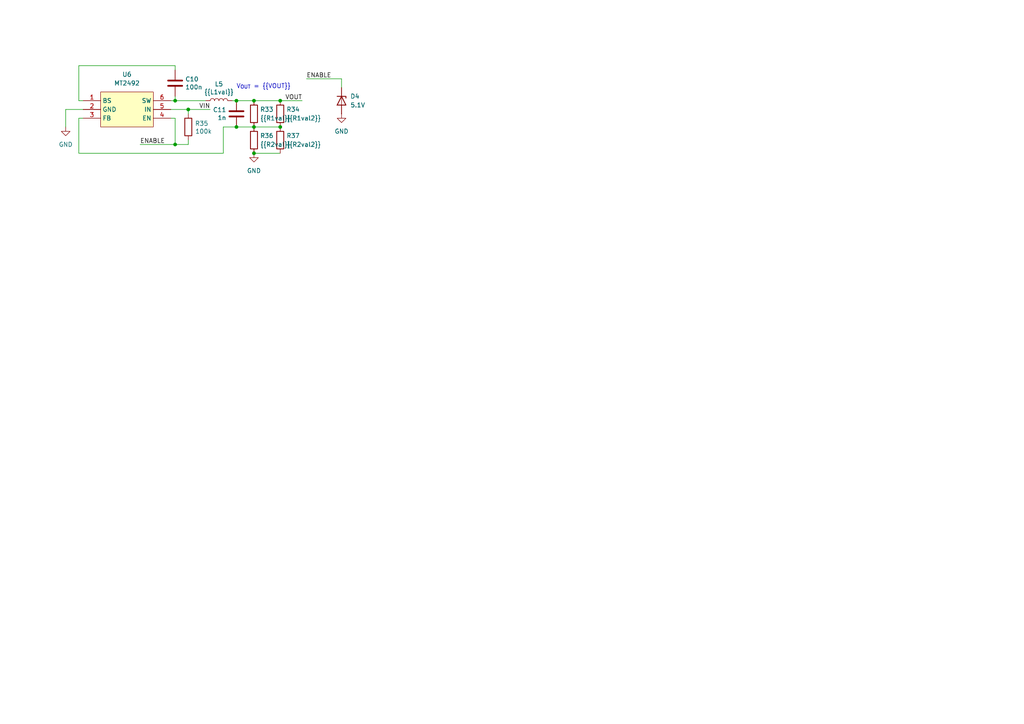
<source format=kicad_sch>
(kicad_sch (version 20250114) (generator "eeschema") (generator_version "9.0")
  (paper "A4")
  (lib_symbols
    (symbol "Device:C" (pin_numbers (hide yes)) (pin_names (offset 0.254))
      (property "Reference" "C" (at 0.635 2.54 0))
      (property "Value" "C" (at 0.635 -2.54 0))
      (symbol "C_0_1"
        (polyline (pts (xy -2.032 0.762) (xy 2.032 0.762)) (stroke (width 0.508)))
        (polyline (pts (xy -2.032 -0.762) (xy 2.032 -0.762)) (stroke (width 0.508)))
      )
      (symbol "C_1_1"
        (pin passive line (at 0 3.81 270) (length 2.794) (name "~") (number "1"))
        (pin passive line (at 0 -3.81 90) (length 2.794) (name "~") (number "2"))
      )
    )
    (symbol "Device:D_Zener" (pin_numbers (hide yes)) (pin_names (offset 1.016) (hide yes))
      (property "Reference" "D" (at 0 2.54 0))
      (property "Value" "D_Zener" (at 0 -2.54 0))
      (symbol "D_Zener_0_1"
        (polyline (pts (xy -1.27 -1.27) (xy -1.27 1.27) (xy -0.762 1.27)) (stroke (width 0.254)))
        (polyline (pts (xy 1.27 0) (xy -1.27 0)))
        (polyline (pts (xy 1.27 -1.27) (xy 1.27 1.27) (xy -1.27 0) (xy 1.27 -1.27)) (stroke (width 0.254)))
      )
      (symbol "D_Zener_1_1"
        (pin passive line (at -3.81 0 0) (length 2.54) (name "K") (number "1"))
        (pin passive line (at 3.81 0 180) (length 2.54) (name "A") (number "2"))
      )
    )
    (symbol "Device:L" (pin_numbers (hide yes)) (pin_names (offset 1.016) (hide yes))
      (property "Reference" "L" (at -1.27 0 90))
      (property "Value" "L" (at 1.905 0 90))
      (symbol "L_0_1"
        (arc (start 0 2.54) (mid 0.6323 1.905) (end 0 1.27))
        (arc (start 0 1.27) (mid 0.6323 0.635) (end 0 0))
        (arc (start 0 0) (mid 0.6323 -0.635) (end 0 -1.27))
        (arc (start 0 -1.27) (mid 0.6323 -1.905) (end 0 -2.54))
      )
      (symbol "L_1_1"
        (pin passive line (at 0 3.81 270) (length 1.27) (name "1") (number "1"))
        (pin passive line (at 0 -3.81 90) (length 1.27) (name "2") (number "2"))
      )
    )
    (symbol "Device:R" (pin_numbers (hide yes)) (pin_names (offset 0))
      (property "Reference" "R" (at 2.032 0 90))
      (property "Value" "R" (at 0 0 90))
      (symbol "R_0_1"
        (rectangle (start -1.016 -2.54) (end 1.016 2.54) (stroke (width 0.254)))
      )
      (symbol "R_1_1"
        (pin passive line (at 0 3.81 270) (length 1.27) (name "~") (number "1"))
        (pin passive line (at 0 -3.81 90) (length 1.27) (name "~") (number "2"))
      )
    )
    (symbol "easyeda2kicad:MT2492"
      (property "Reference" "U" (at 0 7.62 0))
      (property "Value" "MT2492" (at 0 -7.62 0))
      (symbol "MT2492_0_1"
        (rectangle (start -7.62 5.08) (end 7.62 -5.08) (fill (type background)))
        (pin unspecified line (at -12.7 2.54 0) (length 5.08) (name "BS") (number "1"))
        (pin unspecified line (at -12.7 0 0) (length 5.08) (name "GND") (number "2"))
        (pin unspecified line (at -12.7 -2.54 0) (length 5.08) (name "FB") (number "3"))
        (pin unspecified line (at 12.7 2.54 180) (length 5.08) (name "SW") (number "6"))
        (pin unspecified line (at 12.7 0 180) (length 5.08) (name "IN") (number "5"))
        (pin unspecified line (at 12.7 -2.54 180) (length 5.08) (name "EN") (number "4"))
      )
    )
    (symbol "power:GND" (power) (pin_numbers (hide yes)) (pin_names (offset 0) (hide yes))
      (property "Value" "GND" (at 0 -3.81 0))
      (symbol "GND_0_1"
        (polyline (pts (xy 0 0) (xy 0 -1.27) (xy 1.27 -1.27) (xy 0 -2.54) (xy -1.27 -1.27) (xy 0 -1.27)))
      )
      (symbol "GND_1_1"
        (pin power_in line (at 0 0 270) (length 0) (name "~") (number "1"))
      )
    )
  )
  (text "V_{OUT} = {{VOUT}}" (at 76.454 25.146 0) (effects (font (size 1.27 1.27))))
  (junction (at 73.66 29.21))
  (junction (at 50.8 29.21))
  (junction (at 81.28 29.21))
  (junction (at 81.28 36.83))
  (junction (at 50.8 41.91))
  (junction (at 54.61 31.75))
  (junction (at 68.58 29.21))
  (junction (at 73.66 44.45))
  (junction (at 73.66 36.83))
  (junction (at 68.58 36.83))
  (wire (pts (xy 68.58 36.83) (xy 73.66 36.83)))
  (wire (pts (xy 54.61 41.91) (xy 50.8 41.91)))
  (wire (pts (xy 73.66 44.45) (xy 81.28 44.45)))
  (wire (pts (xy 54.61 31.75) (xy 60.96 31.75)))
  (wire (pts (xy 64.77 36.83) (xy 68.58 36.83)))
  (wire (pts (xy 19.05 31.75) (xy 19.05 36.83)))
  (wire (pts (xy 67.31 29.21) (xy 68.58 29.21)))
  (wire (pts (xy 81.28 29.21) (xy 87.63 29.21)))
  (wire (pts (xy 22.86 29.21) (xy 24.13 29.21)))
  (wire (pts (xy 54.61 31.75) (xy 54.61 33.02)))
  (wire (pts (xy 19.05 31.75) (xy 24.13 31.75)))
  (wire (pts (xy 22.86 44.45) (xy 22.86 34.29)))
  (wire (pts (xy 68.58 29.21) (xy 73.66 29.21)))
  (wire (pts (xy 73.66 29.21) (xy 81.28 29.21)))
  (wire (pts (xy 50.8 19.05) (xy 50.8 20.32)))
  (wire (pts (xy 50.8 27.94) (xy 50.8 29.21)))
  (wire (pts (xy 50.8 29.21) (xy 59.69 29.21)))
  (wire (pts (xy 22.86 34.29) (xy 24.13 34.29)))
  (wire (pts (xy 49.53 29.21) (xy 50.8 29.21)))
  (wire (pts (xy 49.53 34.29) (xy 50.8 34.29)))
  (wire (pts (xy 99.06 22.86) (xy 99.06 25.4)))
  (wire (pts (xy 49.53 31.75) (xy 54.61 31.75)))
  (wire (pts (xy 64.77 44.45) (xy 22.86 44.45)))
  (wire (pts (xy 73.66 36.83) (xy 81.28 36.83)))
  (wire (pts (xy 50.8 41.91) (xy 40.64 41.91)))
  (wire (pts (xy 22.86 19.05) (xy 22.86 29.21)))
  (wire (pts (xy 50.8 34.29) (xy 50.8 41.91)))
  (wire (pts (xy 99.06 22.86) (xy 88.9 22.86)))
  (wire (pts (xy 22.86 19.05) (xy 50.8 19.05)))
  (wire (pts (xy 54.61 41.91) (xy 54.61 40.64)))
  (wire (pts (xy 64.77 36.83) (xy 64.77 44.45)))
  (label "ENABLE" (at 88.9 22.86 0))
  (label "ENABLE" (at 40.64 41.91 0))
  (label "VOUT" (at 87.63 29.21 180))
  (label "VIN" (at 60.96 31.75 180))
  (symbol (lib_id "power:GND") (at 19.05 36.83 0) (unit 1)
    (property "Reference" "#PWR027" (effects (hide yes)))
    (property "Value" "GND" (at 19.05 41.91 0))
    (property "Description" "Power symbol creates a global label with name \"GND\" , ground" (effects (hide yes)))
  )
  (symbol (lib_id "power:GND") (at 99.06 33.02 0) (mirror y) (unit 1)
    (property "Reference" "#PWR061" (effects (hide yes)))
    (property "Value" "GND" (at 99.06 38.1 0))
    (property "Description" "Power symbol creates a global label with name \"GND\" , ground" (effects (hide yes)))
    (property "OnlyIf" "EnableClamp" (effects (hide yes)))
  )
  (symbol (lib_id "Device:C") (at 50.8 24.13 0) (unit 1)
    (property "Reference" "C10" (at 53.721 22.9616 0) (effects (justify left)))
    (property "Value" "100n" (at 53.721 25.273 0) (effects (justify left)))
    (property "Footprint" "Capacitor_SMD:C_0402_1005Metric" (effects (hide yes)))
    (property "LCSC" "C77020" (effects (hide yes)))
  )
  (symbol (lib_id "Device:R") (at 54.61 36.83 0) (unit 1)
    (property "Reference" "R35" (at 60.452 35.814 0) (effects (justify right)))
    (property "Value" "100k" (at 61.468 38.1 0) (effects (justify right)))
    (property "Footprint" "Resistor_SMD:R_0402_1005Metric" (effects (hide yes)))
    (property "Description" "Resistor" (effects (hide yes)))
    (property "LCSC" "C25741" (effects (hide yes)))
  )
  (symbol (lib_id "Device:R") (at 73.66 40.64 0) (unit 1)
    (property "Reference" "R36" (at 75.438 39.37 0) (effects (justify left)))
    (property "Value" "{{R2val}}" (at 75.438 41.91 0) (effects (justify left)))
    (property "Footprint" "Resistor_SMD:R_0402_1005Metric" (effects (hide yes)))
    (property "Description" "Resistor" (effects (hide yes)))
    (property "LCSC" "{{R2lcsc}}" (effects (hide yes)))
  )
  (symbol (lib_id "Device:R") (at 81.28 40.64 0) (unit 1)
    (property "Reference" "R37" (at 83.058 39.37 0) (effects (justify left)))
    (property "Value" "{{R2val2}}" (at 83.058 41.91 0) (effects (justify left)))
    (property "Footprint" "Resistor_SMD:R_0402_1005Metric" (effects (hide yes)))
    (property "Description" "Resistor" (effects (hide yes)))
    (property "LCSC" "{{R2lcsc2}}" (effects (hide yes)))
    (property "OnlyIf" "R2Second" (effects (hide yes)))
  )
  (symbol (lib_id "power:GND") (at 73.66 44.45 0) (unit 1)
    (property "Reference" "#PWR028" (effects (hide yes)))
    (property "Value" "GND" (at 73.66 49.53 0))
    (property "Description" "Power symbol creates a global label with name \"GND\" , ground" (effects (hide yes)))
  )
  (symbol (lib_id "Device:C") (at 68.58 33.02 0) (mirror y) (unit 1)
    (property "Reference" "C11" (at 65.659 31.8516 0) (effects (justify left)))
    (property "Value" "1n" (at 65.659 34.163 0) (effects (justify left)))
    (property "Footprint" "Capacitor_SMD:C_0402_1005Metric" (effects (hide yes)))
    (property "LCSC" "C696907" (effects (hide yes)))
    (property "OnlyIf" "TransientResponseCap" (effects (hide yes)))
  )
  (symbol (lib_id "Device:R") (at 81.28 33.02 0) (unit 1)
    (property "Reference" "R34" (at 83.058 31.75 0) (effects (justify left)))
    (property "Value" "{{R1val2}}" (at 83.058 34.29 0) (effects (justify left)))
    (property "Footprint" "Resistor_SMD:R_0402_1005Metric" (effects (hide yes)))
    (property "Description" "Resistor" (effects (hide yes)))
    (property "LCSC" "{{R1lcsc2}}" (effects (hide yes)))
    (property "OnlyIf" "R1Second" (effects (hide yes)))
  )
  (symbol (lib_id "Device:L") (at 63.5 29.21 90) (unit 1)
    (property "Reference" "L5" (at 63.5 24.384 90))
    (property "Value" "{{L1val}}" (at 63.5 26.6954 90))
    (property "Footprint" "{{L1footprint}}" (effects (hide yes)))
    (property "Datasheet" "{{L1datasheet}}" (effects (hide yes)))
    (property "LCSC" "{{L1lcsc}}" (effects (hide yes)))
  )
  (symbol (lib_id "Device:R") (at 73.66 33.02 0) (unit 1)
    (property "Reference" "R33" (at 75.438 31.75 0) (effects (justify left)))
    (property "Value" "{{R1val}}" (at 75.438 34.29 0) (effects (justify left)))
    (property "Footprint" "Resistor_SMD:R_0402_1005Metric" (effects (hide yes)))
    (property "Description" "Resistor" (effects (hide yes)))
    (property "LCSC" "{{R1lcsc}}" (effects (hide yes)))
  )
  (symbol (lib_id "Device:D_Zener") (at 99.06 29.21 270) (unit 1)
    (property "Reference" "D4" (at 101.6 27.9399 90) (effects (justify left)))
    (property "Value" "5.1V" (at 101.6 30.4799 90) (effects (justify left)))
    (property "Footprint" "Diode_SMD:D_SOD-323" (effects (hide yes)))
    (property "Description" "Zener diode" (effects (hide yes)))
    (property "LCSC" "C19077440" (effects (hide yes)))
    (property "OnlyIf" "EnableClamp" (effects (hide yes)))
  )
  (symbol (lib_id "easyeda2kicad:MT2492") (at 36.83 31.75 0) (unit 1)
    (property "Reference" "U6" (at 36.83 21.59 0))
    (property "Value" "MT2492" (at 36.83 24.13 0))
    (property "Footprint" "Package_TO_SOT_SMD:SOT-23-6" (effects (hide yes)))
    (property "Datasheet" "https://lcsc.com/product-detail/DC-DC-Converters_MT2492_C89358.html" (effects (hide yes)))
    (property "LCSC" "C89358" (effects (hide yes)))
  )
)
</source>
